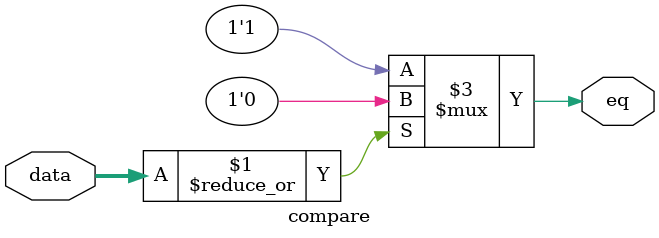
<source format=v>
/*** CONTROL PATH MODULE with STATE MACHINE ***/
module control_path (load_A, load_B, load_P, clear_P, dec_B, Done,
                     data_in, start, EQ, clk);
  input [15:0] data_in;
  input start, EQ, clk;
  output reg load_A, load_B, load_P, clear_P, dec_B, Done;
  reg [2:0] state;
  parameter s0=3'b000, s1=3'b001, s2=3'b010, s3=3'b011, s4=3'b100;
  always@(posedge clk)
    case (state)
      s0: if (start) state <= s1;
      s1: state <= s2;
      s2: state <= s3;
      s3: #2 if (EQ) state <= s4;
      s4: state <= s4;
      default: state <= s0;
    endcase
  always@(state)
    case (state)
      s0: begin #1 load_A=0; load_B=0; load_P=0; clear_P=0; dec_B=0; Done=0; end
      s1: begin #1 load_A=1; end
      s2: begin #1 load_A=0; load_B=1; clear_P=1; end
      s3: begin #1 load_B=0; clear_P=0; load_P=1; dec_B=1; end
      s4: begin #1 Done=1; end
      default: begin load_A=0; load_B=0; load_P=0; clear_P=0; dec_B=0; Done=0; end
    endcase
endmodule

////////////////////////////////////////////////////////////////////////////////////////////
/*** DATA PATH MODULE ***/
module data_path (EQ, 
                  load_A, load_B, load_P, clear_P, dec_B, clk, Bus);
  input load_A, load_B, load_P, clear_P, dec_B, clk;
  input [15:0] Bus;
  output EQ;
  reg [15:0] Aout, Bout, Pout;
  wire [15:0] Z;
  pipo1 A (Aout, Bus, load_A, clk);
  pipo2 p (Pout, Z, load_P, clear_P, clk);
  count B (Bout, Bus, load_B, dec_B, clk);
  adder ADD (Z, Aout, Pout);
  compare COMP (EQ, Bout);
endmodule

/*** PIPO1 Module  parallel in parallel out ***/
module pipo1 (d_out, Bus, load, clk);
  input [15:0] Bus;
  input load, clk;
  output reg [15:0] d_out;
  always@(posedge clk)
    begin
      if (load == 1'b1) d_out <= Bus;
    end
endmodule

/*** PIPO2 Module ***/
module pipo2 (d_out, Z, load, clear, clk);
  input [15:0] Z;
  input load, clear, clk;
  output reg [15:0] d_out;
  always@(posedge clk)
    begin
      if (load == 1'b1) d_out <= Z;
      else if (clear == 1'b1) d_out <= 0; 
      else d_out <= d_out;
    end
endmodule

/*** COUUNT B Module ***/
module count (Bout, Bus, load, dec, clk);
  input [15:0] Bus;
  input load, dec, clk;
  output reg [15:0] Bout;
  always@(posedge clk)
    begin
      if (load == 1'b1) Bout <= Bus;
      else if (dec == 1'b1) Bout <= (Bout - 1);
    end
endmodule

/*** ADDER Module ***/
module adder (add_out, in1, in2);
  input [15:0] in1, in2;
  output reg [15:0] add_out;
  always@(*)
    add_out = (in1 + in2);
endmodule

/*** COMPARE Module ***/
module compare (eq, data);
  input [15:0] data;
  output eq;
  assign eq = (~|data) ? 1'b1 : 1'b0;
endmodule

</source>
